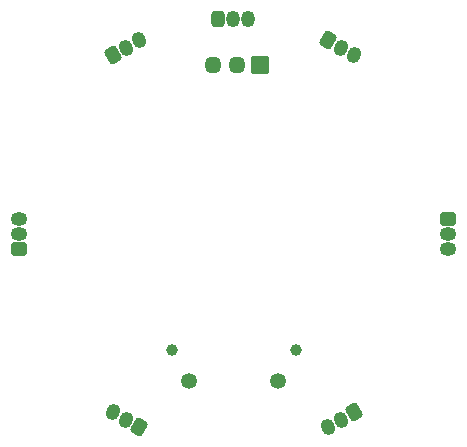
<source format=gbs>
%TF.GenerationSoftware,KiCad,Pcbnew,(6.0.5)*%
%TF.CreationDate,2022-06-17T15:31:11-04:00*%
%TF.ProjectId,Hall_ring,48616c6c-5f72-4696-9e67-2e6b69636164,0*%
%TF.SameCoordinates,Original*%
%TF.FileFunction,Soldermask,Bot*%
%TF.FilePolarity,Negative*%
%FSLAX46Y46*%
G04 Gerber Fmt 4.6, Leading zero omitted, Abs format (unit mm)*
G04 Created by KiCad (PCBNEW (6.0.5)) date 2022-06-17 15:31:11*
%MOMM*%
%LPD*%
G01*
G04 APERTURE LIST*
G04 Aperture macros list*
%AMRoundRect*
0 Rectangle with rounded corners*
0 $1 Rounding radius*
0 $2 $3 $4 $5 $6 $7 $8 $9 X,Y pos of 4 corners*
0 Add a 4 corners polygon primitive as box body*
4,1,4,$2,$3,$4,$5,$6,$7,$8,$9,$2,$3,0*
0 Add four circle primitives for the rounded corners*
1,1,$1+$1,$2,$3*
1,1,$1+$1,$4,$5*
1,1,$1+$1,$6,$7*
1,1,$1+$1,$8,$9*
0 Add four rect primitives between the rounded corners*
20,1,$1+$1,$2,$3,$4,$5,0*
20,1,$1+$1,$4,$5,$6,$7,0*
20,1,$1+$1,$6,$7,$8,$9,0*
20,1,$1+$1,$8,$9,$2,$3,0*%
%AMHorizOval*
0 Thick line with rounded ends*
0 $1 width*
0 $2 $3 position (X,Y) of the first rounded end (center of the circle)*
0 $4 $5 position (X,Y) of the second rounded end (center of the circle)*
0 Add line between two ends*
20,1,$1,$2,$3,$4,$5,0*
0 Add two circle primitives to create the rounded ends*
1,1,$1,$2,$3*
1,1,$1,$4,$5*%
G04 Aperture macros list end*
%ADD10RoundRect,0.050000X-0.675000X0.675000X-0.675000X-0.675000X0.675000X-0.675000X0.675000X0.675000X0*%
%ADD11O,1.450000X1.450000*%
%ADD12RoundRect,0.299900X-0.275100X-0.400100X0.275100X-0.400100X0.275100X0.400100X-0.275100X0.400100X0*%
%ADD13O,1.150000X1.400000*%
%ADD14C,0.990000*%
%ADD15C,1.348000*%
%ADD16RoundRect,0.299900X0.438294X0.208947X-0.038194X0.484047X-0.438294X-0.208947X0.038194X-0.484047X0*%
%ADD17HorizOval,1.150000X0.062500X0.108253X-0.062500X-0.108253X0*%
%ADD18RoundRect,0.299900X-0.400100X0.275100X-0.400100X-0.275100X0.400100X-0.275100X0.400100X0.275100X0*%
%ADD19O,1.400000X1.150000*%
%ADD20RoundRect,0.299900X0.400100X-0.275100X0.400100X0.275100X-0.400100X0.275100X-0.400100X-0.275100X0*%
%ADD21RoundRect,0.299900X-0.438294X-0.208947X0.038194X-0.484047X0.438294X0.208947X-0.038194X0.484047X0*%
%ADD22HorizOval,1.150000X-0.062500X-0.108253X0.062500X0.108253X0*%
%ADD23RoundRect,0.299900X-0.038194X-0.484047X0.438294X-0.208947X0.038194X0.484047X-0.438294X0.208947X0*%
%ADD24HorizOval,1.150000X-0.062500X0.108253X0.062500X-0.108253X0*%
%ADD25RoundRect,0.299900X0.038194X0.484047X-0.438294X0.208947X-0.038194X-0.484047X0.438294X-0.208947X0*%
G04 APERTURE END LIST*
D10*
%TO.C,D1*%
X129250000Y-115290000D03*
D11*
X127250000Y-115290000D03*
X125250000Y-115290000D03*
%TD*%
D12*
%TO.C,U6*%
X125704600Y-111340000D03*
D13*
X126974600Y-111340000D03*
X128244600Y-111340000D03*
%TD*%
D14*
%TO.C,J1*%
X132250000Y-139390000D03*
X121750000Y-139390000D03*
D15*
X130750000Y-142040000D03*
X123250000Y-142040000D03*
%TD*%
D16*
%TO.C,U2*%
X118999852Y-145925000D03*
D17*
X117900000Y-145290000D03*
X116800147Y-144655000D03*
%TD*%
D18*
%TO.C,U4*%
X145150000Y-128320000D03*
D19*
X145150000Y-129590000D03*
X145150000Y-130860000D03*
%TD*%
D20*
%TO.C,U1*%
X108850000Y-130810000D03*
D19*
X108850000Y-129540000D03*
X108850000Y-128270000D03*
%TD*%
D21*
%TO.C,U5*%
X135000148Y-113155000D03*
D22*
X136100000Y-113790000D03*
X137199853Y-114425000D03*
%TD*%
D23*
%TO.C,U7*%
X116800148Y-114425000D03*
D24*
X117900000Y-113790000D03*
X118999853Y-113155000D03*
%TD*%
D25*
%TO.C,U3*%
X137149852Y-144655000D03*
D24*
X136050000Y-145290000D03*
X134950147Y-145925000D03*
%TD*%
M02*

</source>
